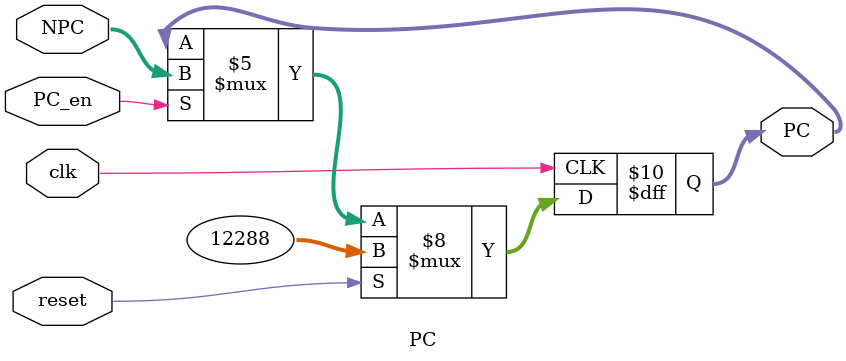
<source format=v>
`timescale 1ns / 1ps
`define Initial_PC 32'h0000_3000

module PC(
    input clk,
    input reset,
    input [31:0] NPC,
    input PC_en,
    output reg [31:0] PC
    );
    parameter Initial_PC = 32'h0000_3000;
    initial 
    begin
        PC = `Initial_PC;
    end
    always@(posedge clk)
    begin
        if(reset == 1'b1)
        begin
            PC <= `Initial_PC;
        end
        else
        if(PC_en == 1'b1)
        begin
            PC <= NPC;
        end
    end
endmodule

</source>
